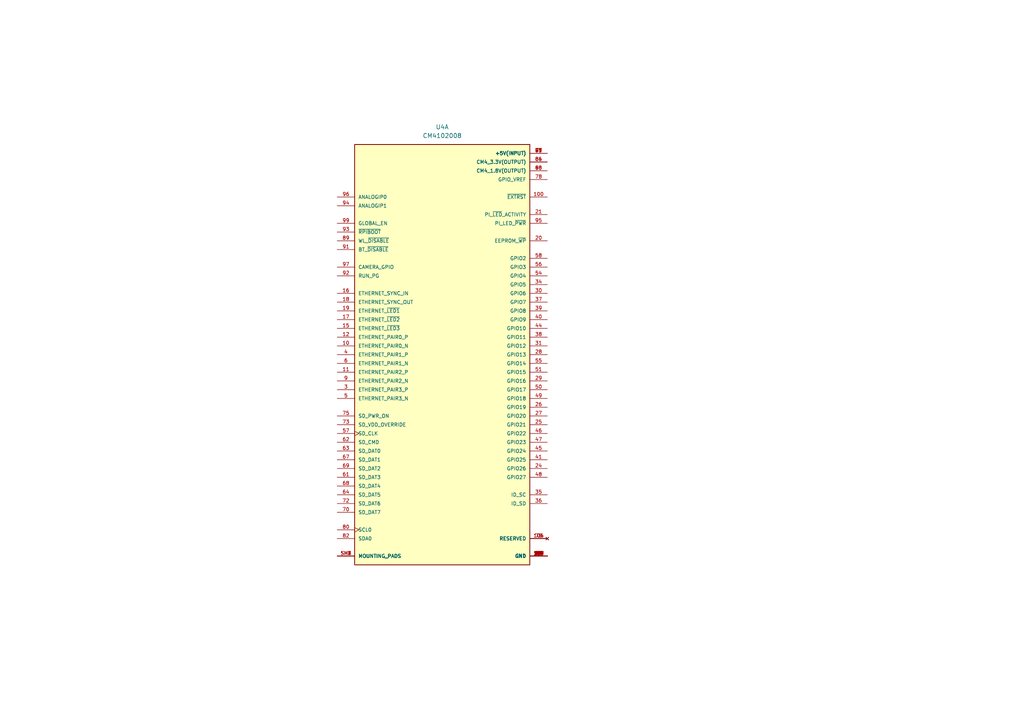
<source format=kicad_sch>
(kicad_sch
	(version 20231120)
	(generator "eeschema")
	(generator_version "8.0")
	(uuid "6021bd9f-fcb4-4cf1-9092-1ced487b71ea")
	(paper "A4")
	(lib_symbols
		(symbol "Library:CM4102008"
			(pin_names
				(offset 1.016)
			)
			(exclude_from_sim no)
			(in_bom yes)
			(on_board yes)
			(property "Reference" "U"
				(at -25.4 61.722 0)
				(effects
					(font
						(size 1.27 1.27)
					)
					(justify left bottom)
				)
			)
			(property "Value" "CM4102008"
				(at -25.4 -61.722 0)
				(effects
					(font
						(size 1.27 1.27)
					)
					(justify left top)
				)
			)
			(property "Footprint" "CM4102008:MODULE_CM4102008"
				(at 0 0 0)
				(effects
					(font
						(size 1.27 1.27)
					)
					(justify bottom)
					(hide yes)
				)
			)
			(property "Datasheet" ""
				(at 0 0 0)
				(effects
					(font
						(size 1.27 1.27)
					)
					(hide yes)
				)
			)
			(property "Description" ""
				(at 0 0 0)
				(effects
					(font
						(size 1.27 1.27)
					)
					(hide yes)
				)
			)
			(property "MF" "Raspberry Pi"
				(at 0 0 0)
				(effects
					(font
						(size 1.27 1.27)
					)
					(justify bottom)
					(hide yes)
				)
			)
			(property "MAXIMUM_PACKAGE_HEIGHT" "5.188 mm"
				(at 0 0 0)
				(effects
					(font
						(size 1.27 1.27)
					)
					(justify bottom)
					(hide yes)
				)
			)
			(property "Package" "None"
				(at 0 0 0)
				(effects
					(font
						(size 1.27 1.27)
					)
					(justify bottom)
					(hide yes)
				)
			)
			(property "Price" "None"
				(at 0 0 0)
				(effects
					(font
						(size 1.27 1.27)
					)
					(justify bottom)
					(hide yes)
				)
			)
			(property "Check_prices" "https://www.snapeda.com/parts/CM4102008/Raspberry+Pi/view-part/?ref=eda"
				(at 0 0 0)
				(effects
					(font
						(size 1.27 1.27)
					)
					(justify bottom)
					(hide yes)
				)
			)
			(property "STANDARD" "Manufacturer Recommendations"
				(at 0 0 0)
				(effects
					(font
						(size 1.27 1.27)
					)
					(justify bottom)
					(hide yes)
				)
			)
			(property "PARTREV" "2021-10-12"
				(at 0 0 0)
				(effects
					(font
						(size 1.27 1.27)
					)
					(justify bottom)
					(hide yes)
				)
			)
			(property "SnapEDA_Link" "https://www.snapeda.com/parts/CM4102008/Raspberry+Pi/view-part/?ref=snap"
				(at 0 0 0)
				(effects
					(font
						(size 1.27 1.27)
					)
					(justify bottom)
					(hide yes)
				)
			)
			(property "MP" "CM4102008"
				(at 0 0 0)
				(effects
					(font
						(size 1.27 1.27)
					)
					(justify bottom)
					(hide yes)
				)
			)
			(property "Description_1" "\n                        \n                            Raspberry Pi Compute Module 4 with WiFi 2GB RAM 8GB Flash | Raspberry Pi CM4102008\n                        \n"
				(at 0 0 0)
				(effects
					(font
						(size 1.27 1.27)
					)
					(justify bottom)
					(hide yes)
				)
			)
			(property "Availability" "In Stock"
				(at 0 0 0)
				(effects
					(font
						(size 1.27 1.27)
					)
					(justify bottom)
					(hide yes)
				)
			)
			(property "MANUFACTURER" "Raspberry Pi"
				(at 0 0 0)
				(effects
					(font
						(size 1.27 1.27)
					)
					(justify bottom)
					(hide yes)
				)
			)
			(symbol "CM4102008_1_0"
				(rectangle
					(start -25.4 -60.96)
					(end 25.4 60.96)
					(stroke
						(width 0.254)
						(type default)
					)
					(fill
						(type background)
					)
				)
				(pin power_in line
					(at 30.48 -58.42 180)
					(length 5.08)
					(name "GND"
						(effects
							(font
								(size 1.016 1.016)
							)
						)
					)
					(number "1"
						(effects
							(font
								(size 1.016 1.016)
							)
						)
					)
				)
				(pin bidirectional line
					(at -30.48 2.54 0)
					(length 5.08)
					(name "ETHERNET_PAIR0_N"
						(effects
							(font
								(size 1.016 1.016)
							)
						)
					)
					(number "10"
						(effects
							(font
								(size 1.016 1.016)
							)
						)
					)
				)
				(pin output line
					(at 30.48 45.72 180)
					(length 5.08)
					(name "~{EXTRST}"
						(effects
							(font
								(size 1.016 1.016)
							)
						)
					)
					(number "100"
						(effects
							(font
								(size 1.016 1.016)
							)
						)
					)
				)
				(pin no_connect line
					(at 30.48 -53.34 180)
					(length 5.08)
					(name "RESERVED"
						(effects
							(font
								(size 1.016 1.016)
							)
						)
					)
					(number "104"
						(effects
							(font
								(size 1.016 1.016)
							)
						)
					)
				)
				(pin no_connect line
					(at 30.48 -53.34 180)
					(length 5.08)
					(name "RESERVED"
						(effects
							(font
								(size 1.016 1.016)
							)
						)
					)
					(number "106"
						(effects
							(font
								(size 1.016 1.016)
							)
						)
					)
				)
				(pin power_in line
					(at 30.48 -58.42 180)
					(length 5.08)
					(name "GND"
						(effects
							(font
								(size 1.016 1.016)
							)
						)
					)
					(number "107"
						(effects
							(font
								(size 1.016 1.016)
							)
						)
					)
				)
				(pin power_in line
					(at 30.48 -58.42 180)
					(length 5.08)
					(name "GND"
						(effects
							(font
								(size 1.016 1.016)
							)
						)
					)
					(number "108"
						(effects
							(font
								(size 1.016 1.016)
							)
						)
					)
				)
				(pin bidirectional line
					(at -30.48 -5.08 0)
					(length 5.08)
					(name "ETHERNET_PAIR2_P"
						(effects
							(font
								(size 1.016 1.016)
							)
						)
					)
					(number "11"
						(effects
							(font
								(size 1.016 1.016)
							)
						)
					)
				)
				(pin power_in line
					(at 30.48 -58.42 180)
					(length 5.08)
					(name "GND"
						(effects
							(font
								(size 1.016 1.016)
							)
						)
					)
					(number "113"
						(effects
							(font
								(size 1.016 1.016)
							)
						)
					)
				)
				(pin power_in line
					(at 30.48 -58.42 180)
					(length 5.08)
					(name "GND"
						(effects
							(font
								(size 1.016 1.016)
							)
						)
					)
					(number "114"
						(effects
							(font
								(size 1.016 1.016)
							)
						)
					)
				)
				(pin power_in line
					(at 30.48 -58.42 180)
					(length 5.08)
					(name "GND"
						(effects
							(font
								(size 1.016 1.016)
							)
						)
					)
					(number "119"
						(effects
							(font
								(size 1.016 1.016)
							)
						)
					)
				)
				(pin bidirectional line
					(at -30.48 5.08 0)
					(length 5.08)
					(name "ETHERNET_PAIR0_P"
						(effects
							(font
								(size 1.016 1.016)
							)
						)
					)
					(number "12"
						(effects
							(font
								(size 1.016 1.016)
							)
						)
					)
				)
				(pin power_in line
					(at 30.48 -58.42 180)
					(length 5.08)
					(name "GND"
						(effects
							(font
								(size 1.016 1.016)
							)
						)
					)
					(number "120"
						(effects
							(font
								(size 1.016 1.016)
							)
						)
					)
				)
				(pin power_in line
					(at 30.48 -58.42 180)
					(length 5.08)
					(name "GND"
						(effects
							(font
								(size 1.016 1.016)
							)
						)
					)
					(number "125"
						(effects
							(font
								(size 1.016 1.016)
							)
						)
					)
				)
				(pin power_in line
					(at 30.48 -58.42 180)
					(length 5.08)
					(name "GND"
						(effects
							(font
								(size 1.016 1.016)
							)
						)
					)
					(number "126"
						(effects
							(font
								(size 1.016 1.016)
							)
						)
					)
				)
				(pin power_in line
					(at 30.48 -58.42 180)
					(length 5.08)
					(name "GND"
						(effects
							(font
								(size 1.016 1.016)
							)
						)
					)
					(number "13"
						(effects
							(font
								(size 1.016 1.016)
							)
						)
					)
				)
				(pin power_in line
					(at 30.48 -58.42 180)
					(length 5.08)
					(name "GND"
						(effects
							(font
								(size 1.016 1.016)
							)
						)
					)
					(number "131"
						(effects
							(font
								(size 1.016 1.016)
							)
						)
					)
				)
				(pin power_in line
					(at 30.48 -58.42 180)
					(length 5.08)
					(name "GND"
						(effects
							(font
								(size 1.016 1.016)
							)
						)
					)
					(number "132"
						(effects
							(font
								(size 1.016 1.016)
							)
						)
					)
				)
				(pin power_in line
					(at 30.48 -58.42 180)
					(length 5.08)
					(name "GND"
						(effects
							(font
								(size 1.016 1.016)
							)
						)
					)
					(number "137"
						(effects
							(font
								(size 1.016 1.016)
							)
						)
					)
				)
				(pin power_in line
					(at 30.48 -58.42 180)
					(length 5.08)
					(name "GND"
						(effects
							(font
								(size 1.016 1.016)
							)
						)
					)
					(number "138"
						(effects
							(font
								(size 1.016 1.016)
							)
						)
					)
				)
				(pin power_in line
					(at 30.48 -58.42 180)
					(length 5.08)
					(name "GND"
						(effects
							(font
								(size 1.016 1.016)
							)
						)
					)
					(number "14"
						(effects
							(font
								(size 1.016 1.016)
							)
						)
					)
				)
				(pin power_in line
					(at 30.48 -58.42 180)
					(length 5.08)
					(name "GND"
						(effects
							(font
								(size 1.016 1.016)
							)
						)
					)
					(number "144"
						(effects
							(font
								(size 1.016 1.016)
							)
						)
					)
				)
				(pin output line
					(at -30.48 7.62 0)
					(length 5.08)
					(name "ETHERNET_~{LED3}"
						(effects
							(font
								(size 1.016 1.016)
							)
						)
					)
					(number "15"
						(effects
							(font
								(size 1.016 1.016)
							)
						)
					)
				)
				(pin power_in line
					(at 30.48 -58.42 180)
					(length 5.08)
					(name "GND"
						(effects
							(font
								(size 1.016 1.016)
							)
						)
					)
					(number "150"
						(effects
							(font
								(size 1.016 1.016)
							)
						)
					)
				)
				(pin power_in line
					(at 30.48 -58.42 180)
					(length 5.08)
					(name "GND"
						(effects
							(font
								(size 1.016 1.016)
							)
						)
					)
					(number "155"
						(effects
							(font
								(size 1.016 1.016)
							)
						)
					)
				)
				(pin power_in line
					(at 30.48 -58.42 180)
					(length 5.08)
					(name "GND"
						(effects
							(font
								(size 1.016 1.016)
							)
						)
					)
					(number "156"
						(effects
							(font
								(size 1.016 1.016)
							)
						)
					)
				)
				(pin input line
					(at -30.48 17.78 0)
					(length 5.08)
					(name "ETHERNET_SYNC_IN"
						(effects
							(font
								(size 1.016 1.016)
							)
						)
					)
					(number "16"
						(effects
							(font
								(size 1.016 1.016)
							)
						)
					)
				)
				(pin power_in line
					(at 30.48 -58.42 180)
					(length 5.08)
					(name "GND"
						(effects
							(font
								(size 1.016 1.016)
							)
						)
					)
					(number "161"
						(effects
							(font
								(size 1.016 1.016)
							)
						)
					)
				)
				(pin power_in line
					(at 30.48 -58.42 180)
					(length 5.08)
					(name "GND"
						(effects
							(font
								(size 1.016 1.016)
							)
						)
					)
					(number "162"
						(effects
							(font
								(size 1.016 1.016)
							)
						)
					)
				)
				(pin power_in line
					(at 30.48 -58.42 180)
					(length 5.08)
					(name "GND"
						(effects
							(font
								(size 1.016 1.016)
							)
						)
					)
					(number "167"
						(effects
							(font
								(size 1.016 1.016)
							)
						)
					)
				)
				(pin power_in line
					(at 30.48 -58.42 180)
					(length 5.08)
					(name "GND"
						(effects
							(font
								(size 1.016 1.016)
							)
						)
					)
					(number "168"
						(effects
							(font
								(size 1.016 1.016)
							)
						)
					)
				)
				(pin output line
					(at -30.48 10.16 0)
					(length 5.08)
					(name "ETHERNET_~{LED2}"
						(effects
							(font
								(size 1.016 1.016)
							)
						)
					)
					(number "17"
						(effects
							(font
								(size 1.016 1.016)
							)
						)
					)
				)
				(pin power_in line
					(at 30.48 -58.42 180)
					(length 5.08)
					(name "GND"
						(effects
							(font
								(size 1.016 1.016)
							)
						)
					)
					(number "173"
						(effects
							(font
								(size 1.016 1.016)
							)
						)
					)
				)
				(pin power_in line
					(at 30.48 -58.42 180)
					(length 5.08)
					(name "GND"
						(effects
							(font
								(size 1.016 1.016)
							)
						)
					)
					(number "174"
						(effects
							(font
								(size 1.016 1.016)
							)
						)
					)
				)
				(pin power_in line
					(at 30.48 -58.42 180)
					(length 5.08)
					(name "GND"
						(effects
							(font
								(size 1.016 1.016)
							)
						)
					)
					(number "179"
						(effects
							(font
								(size 1.016 1.016)
							)
						)
					)
				)
				(pin output line
					(at -30.48 15.24 0)
					(length 5.08)
					(name "ETHERNET_SYNC_OUT"
						(effects
							(font
								(size 1.016 1.016)
							)
						)
					)
					(number "18"
						(effects
							(font
								(size 1.016 1.016)
							)
						)
					)
				)
				(pin power_in line
					(at 30.48 -58.42 180)
					(length 5.08)
					(name "GND"
						(effects
							(font
								(size 1.016 1.016)
							)
						)
					)
					(number "180"
						(effects
							(font
								(size 1.016 1.016)
							)
						)
					)
				)
				(pin power_in line
					(at 30.48 -58.42 180)
					(length 5.08)
					(name "GND"
						(effects
							(font
								(size 1.016 1.016)
							)
						)
					)
					(number "185"
						(effects
							(font
								(size 1.016 1.016)
							)
						)
					)
				)
				(pin power_in line
					(at 30.48 -58.42 180)
					(length 5.08)
					(name "GND"
						(effects
							(font
								(size 1.016 1.016)
							)
						)
					)
					(number "186"
						(effects
							(font
								(size 1.016 1.016)
							)
						)
					)
				)
				(pin output line
					(at -30.48 12.7 0)
					(length 5.08)
					(name "ETHERNET_~{LED1}"
						(effects
							(font
								(size 1.016 1.016)
							)
						)
					)
					(number "19"
						(effects
							(font
								(size 1.016 1.016)
							)
						)
					)
				)
				(pin power_in line
					(at 30.48 -58.42 180)
					(length 5.08)
					(name "GND"
						(effects
							(font
								(size 1.016 1.016)
							)
						)
					)
					(number "191"
						(effects
							(font
								(size 1.016 1.016)
							)
						)
					)
				)
				(pin power_in line
					(at 30.48 -58.42 180)
					(length 5.08)
					(name "GND"
						(effects
							(font
								(size 1.016 1.016)
							)
						)
					)
					(number "192"
						(effects
							(font
								(size 1.016 1.016)
							)
						)
					)
				)
				(pin power_in line
					(at 30.48 -58.42 180)
					(length 5.08)
					(name "GND"
						(effects
							(font
								(size 1.016 1.016)
							)
						)
					)
					(number "197"
						(effects
							(font
								(size 1.016 1.016)
							)
						)
					)
				)
				(pin power_in line
					(at 30.48 -58.42 180)
					(length 5.08)
					(name "GND"
						(effects
							(font
								(size 1.016 1.016)
							)
						)
					)
					(number "198"
						(effects
							(font
								(size 1.016 1.016)
							)
						)
					)
				)
				(pin power_in line
					(at 30.48 -58.42 180)
					(length 5.08)
					(name "GND"
						(effects
							(font
								(size 1.016 1.016)
							)
						)
					)
					(number "2"
						(effects
							(font
								(size 1.016 1.016)
							)
						)
					)
				)
				(pin bidirectional line
					(at 30.48 33.02 180)
					(length 5.08)
					(name "EEPROM_~{WP}"
						(effects
							(font
								(size 1.016 1.016)
							)
						)
					)
					(number "20"
						(effects
							(font
								(size 1.016 1.016)
							)
						)
					)
				)
				(pin bidirectional line
					(at 30.48 40.64 180)
					(length 5.08)
					(name "PI_~{LED}_ACTIVITY"
						(effects
							(font
								(size 1.016 1.016)
							)
						)
					)
					(number "21"
						(effects
							(font
								(size 1.016 1.016)
							)
						)
					)
				)
				(pin power_in line
					(at 30.48 -58.42 180)
					(length 5.08)
					(name "GND"
						(effects
							(font
								(size 1.016 1.016)
							)
						)
					)
					(number "22"
						(effects
							(font
								(size 1.016 1.016)
							)
						)
					)
				)
				(pin power_in line
					(at 30.48 -58.42 180)
					(length 5.08)
					(name "GND"
						(effects
							(font
								(size 1.016 1.016)
							)
						)
					)
					(number "23"
						(effects
							(font
								(size 1.016 1.016)
							)
						)
					)
				)
				(pin bidirectional line
					(at 30.48 -33.02 180)
					(length 5.08)
					(name "GPIO26"
						(effects
							(font
								(size 1.016 1.016)
							)
						)
					)
					(number "24"
						(effects
							(font
								(size 1.016 1.016)
							)
						)
					)
				)
				(pin bidirectional line
					(at 30.48 -20.32 180)
					(length 5.08)
					(name "GPIO21"
						(effects
							(font
								(size 1.016 1.016)
							)
						)
					)
					(number "25"
						(effects
							(font
								(size 1.016 1.016)
							)
						)
					)
				)
				(pin bidirectional line
					(at 30.48 -15.24 180)
					(length 5.08)
					(name "GPIO19"
						(effects
							(font
								(size 1.016 1.016)
							)
						)
					)
					(number "26"
						(effects
							(font
								(size 1.016 1.016)
							)
						)
					)
				)
				(pin bidirectional line
					(at 30.48 -17.78 180)
					(length 5.08)
					(name "GPIO20"
						(effects
							(font
								(size 1.016 1.016)
							)
						)
					)
					(number "27"
						(effects
							(font
								(size 1.016 1.016)
							)
						)
					)
				)
				(pin bidirectional line
					(at 30.48 0 180)
					(length 5.08)
					(name "GPIO13"
						(effects
							(font
								(size 1.016 1.016)
							)
						)
					)
					(number "28"
						(effects
							(font
								(size 1.016 1.016)
							)
						)
					)
				)
				(pin bidirectional line
					(at 30.48 -7.62 180)
					(length 5.08)
					(name "GPIO16"
						(effects
							(font
								(size 1.016 1.016)
							)
						)
					)
					(number "29"
						(effects
							(font
								(size 1.016 1.016)
							)
						)
					)
				)
				(pin bidirectional line
					(at -30.48 -10.16 0)
					(length 5.08)
					(name "ETHERNET_PAIR3_P"
						(effects
							(font
								(size 1.016 1.016)
							)
						)
					)
					(number "3"
						(effects
							(font
								(size 1.016 1.016)
							)
						)
					)
				)
				(pin bidirectional line
					(at 30.48 17.78 180)
					(length 5.08)
					(name "GPIO6"
						(effects
							(font
								(size 1.016 1.016)
							)
						)
					)
					(number "30"
						(effects
							(font
								(size 1.016 1.016)
							)
						)
					)
				)
				(pin bidirectional line
					(at 30.48 2.54 180)
					(length 5.08)
					(name "GPIO12"
						(effects
							(font
								(size 1.016 1.016)
							)
						)
					)
					(number "31"
						(effects
							(font
								(size 1.016 1.016)
							)
						)
					)
				)
				(pin power_in line
					(at 30.48 -58.42 180)
					(length 5.08)
					(name "GND"
						(effects
							(font
								(size 1.016 1.016)
							)
						)
					)
					(number "32"
						(effects
							(font
								(size 1.016 1.016)
							)
						)
					)
				)
				(pin power_in line
					(at 30.48 -58.42 180)
					(length 5.08)
					(name "GND"
						(effects
							(font
								(size 1.016 1.016)
							)
						)
					)
					(number "33"
						(effects
							(font
								(size 1.016 1.016)
							)
						)
					)
				)
				(pin bidirectional line
					(at 30.48 20.32 180)
					(length 5.08)
					(name "GPIO5"
						(effects
							(font
								(size 1.016 1.016)
							)
						)
					)
					(number "34"
						(effects
							(font
								(size 1.016 1.016)
							)
						)
					)
				)
				(pin bidirectional line
					(at 30.48 -40.64 180)
					(length 5.08)
					(name "ID_SC"
						(effects
							(font
								(size 1.016 1.016)
							)
						)
					)
					(number "35"
						(effects
							(font
								(size 1.016 1.016)
							)
						)
					)
				)
				(pin bidirectional line
					(at 30.48 -43.18 180)
					(length 5.08)
					(name "ID_SD"
						(effects
							(font
								(size 1.016 1.016)
							)
						)
					)
					(number "36"
						(effects
							(font
								(size 1.016 1.016)
							)
						)
					)
				)
				(pin bidirectional line
					(at 30.48 15.24 180)
					(length 5.08)
					(name "GPIO7"
						(effects
							(font
								(size 1.016 1.016)
							)
						)
					)
					(number "37"
						(effects
							(font
								(size 1.016 1.016)
							)
						)
					)
				)
				(pin bidirectional line
					(at 30.48 5.08 180)
					(length 5.08)
					(name "GPIO11"
						(effects
							(font
								(size 1.016 1.016)
							)
						)
					)
					(number "38"
						(effects
							(font
								(size 1.016 1.016)
							)
						)
					)
				)
				(pin bidirectional line
					(at 30.48 12.7 180)
					(length 5.08)
					(name "GPIO8"
						(effects
							(font
								(size 1.016 1.016)
							)
						)
					)
					(number "39"
						(effects
							(font
								(size 1.016 1.016)
							)
						)
					)
				)
				(pin bidirectional line
					(at -30.48 0 0)
					(length 5.08)
					(name "ETHERNET_PAIR1_P"
						(effects
							(font
								(size 1.016 1.016)
							)
						)
					)
					(number "4"
						(effects
							(font
								(size 1.016 1.016)
							)
						)
					)
				)
				(pin bidirectional line
					(at 30.48 10.16 180)
					(length 5.08)
					(name "GPIO9"
						(effects
							(font
								(size 1.016 1.016)
							)
						)
					)
					(number "40"
						(effects
							(font
								(size 1.016 1.016)
							)
						)
					)
				)
				(pin bidirectional line
					(at 30.48 -30.48 180)
					(length 5.08)
					(name "GPIO25"
						(effects
							(font
								(size 1.016 1.016)
							)
						)
					)
					(number "41"
						(effects
							(font
								(size 1.016 1.016)
							)
						)
					)
				)
				(pin power_in line
					(at 30.48 -58.42 180)
					(length 5.08)
					(name "GND"
						(effects
							(font
								(size 1.016 1.016)
							)
						)
					)
					(number "42"
						(effects
							(font
								(size 1.016 1.016)
							)
						)
					)
				)
				(pin power_in line
					(at 30.48 -58.42 180)
					(length 5.08)
					(name "GND"
						(effects
							(font
								(size 1.016 1.016)
							)
						)
					)
					(number "43"
						(effects
							(font
								(size 1.016 1.016)
							)
						)
					)
				)
				(pin bidirectional line
					(at 30.48 7.62 180)
					(length 5.08)
					(name "GPIO10"
						(effects
							(font
								(size 1.016 1.016)
							)
						)
					)
					(number "44"
						(effects
							(font
								(size 1.016 1.016)
							)
						)
					)
				)
				(pin bidirectional line
					(at 30.48 -27.94 180)
					(length 5.08)
					(name "GPIO24"
						(effects
							(font
								(size 1.016 1.016)
							)
						)
					)
					(number "45"
						(effects
							(font
								(size 1.016 1.016)
							)
						)
					)
				)
				(pin bidirectional line
					(at 30.48 -22.86 180)
					(length 5.08)
					(name "GPIO22"
						(effects
							(font
								(size 1.016 1.016)
							)
						)
					)
					(number "46"
						(effects
							(font
								(size 1.016 1.016)
							)
						)
					)
				)
				(pin bidirectional line
					(at 30.48 -25.4 180)
					(length 5.08)
					(name "GPIO23"
						(effects
							(font
								(size 1.016 1.016)
							)
						)
					)
					(number "47"
						(effects
							(font
								(size 1.016 1.016)
							)
						)
					)
				)
				(pin bidirectional line
					(at 30.48 -35.56 180)
					(length 5.08)
					(name "GPIO27"
						(effects
							(font
								(size 1.016 1.016)
							)
						)
					)
					(number "48"
						(effects
							(font
								(size 1.016 1.016)
							)
						)
					)
				)
				(pin bidirectional line
					(at 30.48 -12.7 180)
					(length 5.08)
					(name "GPIO18"
						(effects
							(font
								(size 1.016 1.016)
							)
						)
					)
					(number "49"
						(effects
							(font
								(size 1.016 1.016)
							)
						)
					)
				)
				(pin bidirectional line
					(at -30.48 -12.7 0)
					(length 5.08)
					(name "ETHERNET_PAIR3_N"
						(effects
							(font
								(size 1.016 1.016)
							)
						)
					)
					(number "5"
						(effects
							(font
								(size 1.016 1.016)
							)
						)
					)
				)
				(pin bidirectional line
					(at 30.48 -10.16 180)
					(length 5.08)
					(name "GPIO17"
						(effects
							(font
								(size 1.016 1.016)
							)
						)
					)
					(number "50"
						(effects
							(font
								(size 1.016 1.016)
							)
						)
					)
				)
				(pin bidirectional line
					(at 30.48 -5.08 180)
					(length 5.08)
					(name "GPIO15"
						(effects
							(font
								(size 1.016 1.016)
							)
						)
					)
					(number "51"
						(effects
							(font
								(size 1.016 1.016)
							)
						)
					)
				)
				(pin power_in line
					(at 30.48 -58.42 180)
					(length 5.08)
					(name "GND"
						(effects
							(font
								(size 1.016 1.016)
							)
						)
					)
					(number "52"
						(effects
							(font
								(size 1.016 1.016)
							)
						)
					)
				)
				(pin power_in line
					(at 30.48 -58.42 180)
					(length 5.08)
					(name "GND"
						(effects
							(font
								(size 1.016 1.016)
							)
						)
					)
					(number "53"
						(effects
							(font
								(size 1.016 1.016)
							)
						)
					)
				)
				(pin bidirectional line
					(at 30.48 22.86 180)
					(length 5.08)
					(name "GPIO4"
						(effects
							(font
								(size 1.016 1.016)
							)
						)
					)
					(number "54"
						(effects
							(font
								(size 1.016 1.016)
							)
						)
					)
				)
				(pin bidirectional line
					(at 30.48 -2.54 180)
					(length 5.08)
					(name "GPIO14"
						(effects
							(font
								(size 1.016 1.016)
							)
						)
					)
					(number "55"
						(effects
							(font
								(size 1.016 1.016)
							)
						)
					)
				)
				(pin bidirectional line
					(at 30.48 25.4 180)
					(length 5.08)
					(name "GPIO3"
						(effects
							(font
								(size 1.016 1.016)
							)
						)
					)
					(number "56"
						(effects
							(font
								(size 1.016 1.016)
							)
						)
					)
				)
				(pin bidirectional clock
					(at -30.48 -22.86 0)
					(length 5.08)
					(name "SD_CLK"
						(effects
							(font
								(size 1.016 1.016)
							)
						)
					)
					(number "57"
						(effects
							(font
								(size 1.016 1.016)
							)
						)
					)
				)
				(pin bidirectional line
					(at 30.48 27.94 180)
					(length 5.08)
					(name "GPIO2"
						(effects
							(font
								(size 1.016 1.016)
							)
						)
					)
					(number "58"
						(effects
							(font
								(size 1.016 1.016)
							)
						)
					)
				)
				(pin power_in line
					(at 30.48 -58.42 180)
					(length 5.08)
					(name "GND"
						(effects
							(font
								(size 1.016 1.016)
							)
						)
					)
					(number "59"
						(effects
							(font
								(size 1.016 1.016)
							)
						)
					)
				)
				(pin bidirectional line
					(at -30.48 -2.54 0)
					(length 5.08)
					(name "ETHERNET_PAIR1_N"
						(effects
							(font
								(size 1.016 1.016)
							)
						)
					)
					(number "6"
						(effects
							(font
								(size 1.016 1.016)
							)
						)
					)
				)
				(pin power_in line
					(at 30.48 -58.42 180)
					(length 5.08)
					(name "GND"
						(effects
							(font
								(size 1.016 1.016)
							)
						)
					)
					(number "60"
						(effects
							(font
								(size 1.016 1.016)
							)
						)
					)
				)
				(pin bidirectional line
					(at -30.48 -35.56 0)
					(length 5.08)
					(name "SD_DAT3"
						(effects
							(font
								(size 1.016 1.016)
							)
						)
					)
					(number "61"
						(effects
							(font
								(size 1.016 1.016)
							)
						)
					)
				)
				(pin input line
					(at -30.48 -25.4 0)
					(length 5.08)
					(name "SD_CMD"
						(effects
							(font
								(size 1.016 1.016)
							)
						)
					)
					(number "62"
						(effects
							(font
								(size 1.016 1.016)
							)
						)
					)
				)
				(pin bidirectional line
					(at -30.48 -27.94 0)
					(length 5.08)
					(name "SD_DAT0"
						(effects
							(font
								(size 1.016 1.016)
							)
						)
					)
					(number "63"
						(effects
							(font
								(size 1.016 1.016)
							)
						)
					)
				)
				(pin bidirectional line
					(at -30.48 -40.64 0)
					(length 5.08)
					(name "SD_DAT5"
						(effects
							(font
								(size 1.016 1.016)
							)
						)
					)
					(number "64"
						(effects
							(font
								(size 1.016 1.016)
							)
						)
					)
				)
				(pin power_in line
					(at 30.48 -58.42 180)
					(length 5.08)
					(name "GND"
						(effects
							(font
								(size 1.016 1.016)
							)
						)
					)
					(number "65"
						(effects
							(font
								(size 1.016 1.016)
							)
						)
					)
				)
				(pin power_in line
					(at 30.48 -58.42 180)
					(length 5.08)
					(name "GND"
						(effects
							(font
								(size 1.016 1.016)
							)
						)
					)
					(number "66"
						(effects
							(font
								(size 1.016 1.016)
							)
						)
					)
				)
				(pin bidirectional line
					(at -30.48 -30.48 0)
					(length 5.08)
					(name "SD_DAT1"
						(effects
							(font
								(size 1.016 1.016)
							)
						)
					)
					(number "67"
						(effects
							(font
								(size 1.016 1.016)
							)
						)
					)
				)
				(pin bidirectional line
					(at -30.48 -38.1 0)
					(length 5.08)
					(name "SD_DAT4"
						(effects
							(font
								(size 1.016 1.016)
							)
						)
					)
					(number "68"
						(effects
							(font
								(size 1.016 1.016)
							)
						)
					)
				)
				(pin bidirectional line
					(at -30.48 -33.02 0)
					(length 5.08)
					(name "SD_DAT2"
						(effects
							(font
								(size 1.016 1.016)
							)
						)
					)
					(number "69"
						(effects
							(font
								(size 1.016 1.016)
							)
						)
					)
				)
				(pin power_in line
					(at 30.48 -58.42 180)
					(length 5.08)
					(name "GND"
						(effects
							(font
								(size 1.016 1.016)
							)
						)
					)
					(number "7"
						(effects
							(font
								(size 1.016 1.016)
							)
						)
					)
				)
				(pin bidirectional line
					(at -30.48 -45.72 0)
					(length 5.08)
					(name "SD_DAT7"
						(effects
							(font
								(size 1.016 1.016)
							)
						)
					)
					(number "70"
						(effects
							(font
								(size 1.016 1.016)
							)
						)
					)
				)
				(pin power_in line
					(at 30.48 -58.42 180)
					(length 5.08)
					(name "GND"
						(effects
							(font
								(size 1.016 1.016)
							)
						)
					)
					(number "71"
						(effects
							(font
								(size 1.016 1.016)
							)
						)
					)
				)
				(pin bidirectional line
					(at -30.48 -43.18 0)
					(length 5.08)
					(name "SD_DAT6"
						(effects
							(font
								(size 1.016 1.016)
							)
						)
					)
					(number "72"
						(effects
							(font
								(size 1.016 1.016)
							)
						)
					)
				)
				(pin input line
					(at -30.48 -20.32 0)
					(length 5.08)
					(name "SD_VDD_OVERRIDE"
						(effects
							(font
								(size 1.016 1.016)
							)
						)
					)
					(number "73"
						(effects
							(font
								(size 1.016 1.016)
							)
						)
					)
				)
				(pin power_in line
					(at 30.48 -58.42 180)
					(length 5.08)
					(name "GND"
						(effects
							(font
								(size 1.016 1.016)
							)
						)
					)
					(number "74"
						(effects
							(font
								(size 1.016 1.016)
							)
						)
					)
				)
				(pin output line
					(at -30.48 -17.78 0)
					(length 5.08)
					(name "SD_PWR_ON"
						(effects
							(font
								(size 1.016 1.016)
							)
						)
					)
					(number "75"
						(effects
							(font
								(size 1.016 1.016)
							)
						)
					)
				)
				(pin no_connect line
					(at 30.48 -53.34 180)
					(length 5.08)
					(name "RESERVED"
						(effects
							(font
								(size 1.016 1.016)
							)
						)
					)
					(number "76"
						(effects
							(font
								(size 1.016 1.016)
							)
						)
					)
				)
				(pin power_in line
					(at 30.48 58.42 180)
					(length 5.08)
					(name "+5V(INPUT)"
						(effects
							(font
								(size 1.016 1.016)
							)
						)
					)
					(number "77"
						(effects
							(font
								(size 1.016 1.016)
							)
						)
					)
				)
				(pin power_in line
					(at 30.48 50.8 180)
					(length 5.08)
					(name "GPIO_VREF"
						(effects
							(font
								(size 1.016 1.016)
							)
						)
					)
					(number "78"
						(effects
							(font
								(size 1.016 1.016)
							)
						)
					)
				)
				(pin power_in line
					(at 30.48 58.42 180)
					(length 5.08)
					(name "+5V(INPUT)"
						(effects
							(font
								(size 1.016 1.016)
							)
						)
					)
					(number "79"
						(effects
							(font
								(size 1.016 1.016)
							)
						)
					)
				)
				(pin power_in line
					(at 30.48 -58.42 180)
					(length 5.08)
					(name "GND"
						(effects
							(font
								(size 1.016 1.016)
							)
						)
					)
					(number "8"
						(effects
							(font
								(size 1.016 1.016)
							)
						)
					)
				)
				(pin input clock
					(at -30.48 -50.8 0)
					(length 5.08)
					(name "SCL0"
						(effects
							(font
								(size 1.016 1.016)
							)
						)
					)
					(number "80"
						(effects
							(font
								(size 1.016 1.016)
							)
						)
					)
				)
				(pin power_in line
					(at 30.48 58.42 180)
					(length 5.08)
					(name "+5V(INPUT)"
						(effects
							(font
								(size 1.016 1.016)
							)
						)
					)
					(number "81"
						(effects
							(font
								(size 1.016 1.016)
							)
						)
					)
				)
				(pin bidirectional line
					(at -30.48 -53.34 0)
					(length 5.08)
					(name "SDA0"
						(effects
							(font
								(size 1.016 1.016)
							)
						)
					)
					(number "82"
						(effects
							(font
								(size 1.016 1.016)
							)
						)
					)
				)
				(pin power_in line
					(at 30.48 58.42 180)
					(length 5.08)
					(name "+5V(INPUT)"
						(effects
							(font
								(size 1.016 1.016)
							)
						)
					)
					(number "83"
						(effects
							(font
								(size 1.016 1.016)
							)
						)
					)
				)
				(pin power_in line
					(at 30.48 55.88 180)
					(length 5.08)
					(name "CM4_3.3V(OUTPUT)"
						(effects
							(font
								(size 1.016 1.016)
							)
						)
					)
					(number "84"
						(effects
							(font
								(size 1.016 1.016)
							)
						)
					)
				)
				(pin power_in line
					(at 30.48 58.42 180)
					(length 5.08)
					(name "+5V(INPUT)"
						(effects
							(font
								(size 1.016 1.016)
							)
						)
					)
					(number "85"
						(effects
							(font
								(size 1.016 1.016)
							)
						)
					)
				)
				(pin power_in line
					(at 30.48 55.88 180)
					(length 5.08)
					(name "CM4_3.3V(OUTPUT)"
						(effects
							(font
								(size 1.016 1.016)
							)
						)
					)
					(number "86"
						(effects
							(font
								(size 1.016 1.016)
							)
						)
					)
				)
				(pin power_in line
					(at 30.48 58.42 180)
					(length 5.08)
					(name "+5V(INPUT)"
						(effects
							(font
								(size 1.016 1.016)
							)
						)
					)
					(number "87"
						(effects
							(font
								(size 1.016 1.016)
							)
						)
					)
				)
				(pin power_in line
					(at 30.48 53.34 180)
					(length 5.08)
					(name "CM4_1.8V(OUTPUT)"
						(effects
							(font
								(size 1.016 1.016)
							)
						)
					)
					(number "88"
						(effects
							(font
								(size 1.016 1.016)
							)
						)
					)
				)
				(pin input line
					(at -30.48 33.02 0)
					(length 5.08)
					(name "WL_~{DISABLE}"
						(effects
							(font
								(size 1.016 1.016)
							)
						)
					)
					(number "89"
						(effects
							(font
								(size 1.016 1.016)
							)
						)
					)
				)
				(pin bidirectional line
					(at -30.48 -7.62 0)
					(length 5.08)
					(name "ETHERNET_PAIR2_N"
						(effects
							(font
								(size 1.016 1.016)
							)
						)
					)
					(number "9"
						(effects
							(font
								(size 1.016 1.016)
							)
						)
					)
				)
				(pin power_in line
					(at 30.48 53.34 180)
					(length 5.08)
					(name "CM4_1.8V(OUTPUT)"
						(effects
							(font
								(size 1.016 1.016)
							)
						)
					)
					(number "90"
						(effects
							(font
								(size 1.016 1.016)
							)
						)
					)
				)
				(pin input line
					(at -30.48 30.48 0)
					(length 5.08)
					(name "BT_~{DISABLE}"
						(effects
							(font
								(size 1.016 1.016)
							)
						)
					)
					(number "91"
						(effects
							(font
								(size 1.016 1.016)
							)
						)
					)
				)
				(pin bidirectional line
					(at -30.48 22.86 0)
					(length 5.08)
					(name "RUN_PG"
						(effects
							(font
								(size 1.016 1.016)
							)
						)
					)
					(number "92"
						(effects
							(font
								(size 1.016 1.016)
							)
						)
					)
				)
				(pin input line
					(at -30.48 35.56 0)
					(length 5.08)
					(name "~{RPIBOOT}"
						(effects
							(font
								(size 1.016 1.016)
							)
						)
					)
					(number "93"
						(effects
							(font
								(size 1.016 1.016)
							)
						)
					)
				)
				(pin input line
					(at -30.48 43.18 0)
					(length 5.08)
					(name "ANALOGIP1"
						(effects
							(font
								(size 1.016 1.016)
							)
						)
					)
					(number "94"
						(effects
							(font
								(size 1.016 1.016)
							)
						)
					)
				)
				(pin output line
					(at 30.48 38.1 180)
					(length 5.08)
					(name "PI_LED_~{PWR}"
						(effects
							(font
								(size 1.016 1.016)
							)
						)
					)
					(number "95"
						(effects
							(font
								(size 1.016 1.016)
							)
						)
					)
				)
				(pin input line
					(at -30.48 45.72 0)
					(length 5.08)
					(name "ANALOGIP0"
						(effects
							(font
								(size 1.016 1.016)
							)
						)
					)
					(number "96"
						(effects
							(font
								(size 1.016 1.016)
							)
						)
					)
				)
				(pin bidirectional line
					(at -30.48 25.4 0)
					(length 5.08)
					(name "CAMERA_GPIO"
						(effects
							(font
								(size 1.016 1.016)
							)
						)
					)
					(number "97"
						(effects
							(font
								(size 1.016 1.016)
							)
						)
					)
				)
				(pin power_in line
					(at 30.48 -58.42 180)
					(length 5.08)
					(name "GND"
						(effects
							(font
								(size 1.016 1.016)
							)
						)
					)
					(number "98"
						(effects
							(font
								(size 1.016 1.016)
							)
						)
					)
				)
				(pin input line
					(at -30.48 38.1 0)
					(length 5.08)
					(name "GLOBAL_EN"
						(effects
							(font
								(size 1.016 1.016)
							)
						)
					)
					(number "99"
						(effects
							(font
								(size 1.016 1.016)
							)
						)
					)
				)
				(pin passive line
					(at -30.48 -58.42 0)
					(length 5.08)
					(name "MOUNTING_PADS"
						(effects
							(font
								(size 1.016 1.016)
							)
						)
					)
					(number "SH1"
						(effects
							(font
								(size 1.016 1.016)
							)
						)
					)
				)
				(pin passive line
					(at -30.48 -58.42 0)
					(length 5.08)
					(name "MOUNTING_PADS"
						(effects
							(font
								(size 1.016 1.016)
							)
						)
					)
					(number "SH2"
						(effects
							(font
								(size 1.016 1.016)
							)
						)
					)
				)
				(pin passive line
					(at -30.48 -58.42 0)
					(length 5.08)
					(name "MOUNTING_PADS"
						(effects
							(font
								(size 1.016 1.016)
							)
						)
					)
					(number "SH3"
						(effects
							(font
								(size 1.016 1.016)
							)
						)
					)
				)
				(pin passive line
					(at -30.48 -58.42 0)
					(length 5.08)
					(name "MOUNTING_PADS"
						(effects
							(font
								(size 1.016 1.016)
							)
						)
					)
					(number "SH4"
						(effects
							(font
								(size 1.016 1.016)
							)
						)
					)
				)
			)
			(symbol "CM4102008_2_0"
				(rectangle
					(start -25.4 -50.8)
					(end 25.4 50.8)
					(stroke
						(width 0.254)
						(type default)
					)
					(fill
						(type background)
					)
				)
				(pin input line
					(at -30.48 48.26 0)
					(length 5.08)
					(name "USB_OTG_ID"
						(effects
							(font
								(size 1.016 1.016)
							)
						)
					)
					(number "101"
						(effects
							(font
								(size 1.016 1.016)
							)
						)
					)
				)
				(pin input line
					(at 30.48 40.64 180)
					(length 5.08)
					(name "PCIE_CLK_~{REQ}"
						(effects
							(font
								(size 1.016 1.016)
							)
						)
					)
					(number "102"
						(effects
							(font
								(size 1.016 1.016)
							)
						)
					)
				)
				(pin bidirectional line
					(at -30.48 43.18 0)
					(length 5.08)
					(name "USB_N"
						(effects
							(font
								(size 1.016 1.016)
							)
						)
					)
					(number "103"
						(effects
							(font
								(size 1.016 1.016)
							)
						)
					)
				)
				(pin bidirectional line
					(at -30.48 45.72 0)
					(length 5.08)
					(name "USB_P"
						(effects
							(font
								(size 1.016 1.016)
							)
						)
					)
					(number "105"
						(effects
							(font
								(size 1.016 1.016)
							)
						)
					)
				)
				(pin output line
					(at 30.48 43.18 180)
					(length 5.08)
					(name "PCIE_~{RST}"
						(effects
							(font
								(size 1.016 1.016)
							)
						)
					)
					(number "109"
						(effects
							(font
								(size 1.016 1.016)
							)
						)
					)
				)
				(pin output clock
					(at 30.48 38.1 180)
					(length 5.08)
					(name "PCIE_CLK_P"
						(effects
							(font
								(size 1.016 1.016)
							)
						)
					)
					(number "110"
						(effects
							(font
								(size 1.016 1.016)
							)
						)
					)
				)
				(pin output line
					(at 30.48 48.26 180)
					(length 5.08)
					(name "VDAC_COMP"
						(effects
							(font
								(size 1.016 1.016)
							)
						)
					)
					(number "111"
						(effects
							(font
								(size 1.016 1.016)
							)
						)
					)
				)
				(pin output clock
					(at 30.48 35.56 180)
					(length 5.08)
					(name "PCIE_CLK_N"
						(effects
							(font
								(size 1.016 1.016)
							)
						)
					)
					(number "112"
						(effects
							(font
								(size 1.016 1.016)
							)
						)
					)
				)
				(pin input line
					(at -30.48 12.7 0)
					(length 5.08)
					(name "CAM1_D0_N"
						(effects
							(font
								(size 1.016 1.016)
							)
						)
					)
					(number "115"
						(effects
							(font
								(size 1.016 1.016)
							)
						)
					)
				)
				(pin input line
					(at 30.48 33.02 180)
					(length 5.08)
					(name "PCIE_RX_P"
						(effects
							(font
								(size 1.016 1.016)
							)
						)
					)
					(number "116"
						(effects
							(font
								(size 1.016 1.016)
							)
						)
					)
				)
				(pin input line
					(at -30.48 15.24 0)
					(length 5.08)
					(name "CAM1_D0_P"
						(effects
							(font
								(size 1.016 1.016)
							)
						)
					)
					(number "117"
						(effects
							(font
								(size 1.016 1.016)
							)
						)
					)
				)
				(pin input line
					(at 30.48 30.48 180)
					(length 5.08)
					(name "PCIE_RX_N"
						(effects
							(font
								(size 1.016 1.016)
							)
						)
					)
					(number "118"
						(effects
							(font
								(size 1.016 1.016)
							)
						)
					)
				)
				(pin input line
					(at -30.48 7.62 0)
					(length 5.08)
					(name "CAM1_D1_N"
						(effects
							(font
								(size 1.016 1.016)
							)
						)
					)
					(number "121"
						(effects
							(font
								(size 1.016 1.016)
							)
						)
					)
				)
				(pin output line
					(at 30.48 27.94 180)
					(length 5.08)
					(name "PCIE_TX_P"
						(effects
							(font
								(size 1.016 1.016)
							)
						)
					)
					(number "122"
						(effects
							(font
								(size 1.016 1.016)
							)
						)
					)
				)
				(pin input line
					(at -30.48 10.16 0)
					(length 5.08)
					(name "CAM1_D1_P"
						(effects
							(font
								(size 1.016 1.016)
							)
						)
					)
					(number "123"
						(effects
							(font
								(size 1.016 1.016)
							)
						)
					)
				)
				(pin output line
					(at 30.48 25.4 180)
					(length 5.08)
					(name "PCIE_TX_N"
						(effects
							(font
								(size 1.016 1.016)
							)
						)
					)
					(number "124"
						(effects
							(font
								(size 1.016 1.016)
							)
						)
					)
				)
				(pin input clock
					(at -30.48 17.78 0)
					(length 5.08)
					(name "CAM1_C_N"
						(effects
							(font
								(size 1.016 1.016)
							)
						)
					)
					(number "127"
						(effects
							(font
								(size 1.016 1.016)
							)
						)
					)
				)
				(pin input line
					(at -30.48 30.48 0)
					(length 5.08)
					(name "CAM0_D0_N"
						(effects
							(font
								(size 1.016 1.016)
							)
						)
					)
					(number "128"
						(effects
							(font
								(size 1.016 1.016)
							)
						)
					)
				)
				(pin input clock
					(at -30.48 20.32 0)
					(length 5.08)
					(name "CAM1_C_P"
						(effects
							(font
								(size 1.016 1.016)
							)
						)
					)
					(number "129"
						(effects
							(font
								(size 1.016 1.016)
							)
						)
					)
				)
				(pin input line
					(at -30.48 33.02 0)
					(length 5.08)
					(name "CAM0_D0_P"
						(effects
							(font
								(size 1.016 1.016)
							)
						)
					)
					(number "130"
						(effects
							(font
								(size 1.016 1.016)
							)
						)
					)
				)
				(pin input line
					(at -30.48 2.54 0)
					(length 5.08)
					(name "CAM1_D2_N"
						(effects
							(font
								(size 1.016 1.016)
							)
						)
					)
					(number "133"
						(effects
							(font
								(size 1.016 1.016)
							)
						)
					)
				)
				(pin input line
					(at -30.48 25.4 0)
					(length 5.08)
					(name "CAM0_D1_N"
						(effects
							(font
								(size 1.016 1.016)
							)
						)
					)
					(number "134"
						(effects
							(font
								(size 1.016 1.016)
							)
						)
					)
				)
				(pin input line
					(at -30.48 5.08 0)
					(length 5.08)
					(name "CAM1_D2_P"
						(effects
							(font
								(size 1.016 1.016)
							)
						)
					)
					(number "135"
						(effects
							(font
								(size 1.016 1.016)
							)
						)
					)
				)
				(pin input line
					(at -30.48 27.94 0)
					(length 5.08)
					(name "CAM0_D1_P"
						(effects
							(font
								(size 1.016 1.016)
							)
						)
					)
					(number "136"
						(effects
							(font
								(size 1.016 1.016)
							)
						)
					)
				)
				(pin input line
					(at -30.48 -2.54 0)
					(length 5.08)
					(name "CAM1_D3_N"
						(effects
							(font
								(size 1.016 1.016)
							)
						)
					)
					(number "139"
						(effects
							(font
								(size 1.016 1.016)
							)
						)
					)
				)
				(pin input clock
					(at -30.48 35.56 0)
					(length 5.08)
					(name "CAM0_C_N"
						(effects
							(font
								(size 1.016 1.016)
							)
						)
					)
					(number "140"
						(effects
							(font
								(size 1.016 1.016)
							)
						)
					)
				)
				(pin input line
					(at -30.48 0 0)
					(length 5.08)
					(name "CAM1_D3_P"
						(effects
							(font
								(size 1.016 1.016)
							)
						)
					)
					(number "141"
						(effects
							(font
								(size 1.016 1.016)
							)
						)
					)
				)
				(pin input clock
					(at -30.48 38.1 0)
					(length 5.08)
					(name "CAM0_C_P"
						(effects
							(font
								(size 1.016 1.016)
							)
						)
					)
					(number "142"
						(effects
							(font
								(size 1.016 1.016)
							)
						)
					)
				)
				(pin input line
					(at 30.48 -12.7 180)
					(length 5.08)
					(name "HDMI1_HOTPLUG"
						(effects
							(font
								(size 1.016 1.016)
							)
						)
					)
					(number "143"
						(effects
							(font
								(size 1.016 1.016)
							)
						)
					)
				)
				(pin bidirectional line
					(at 30.48 -15.24 180)
					(length 5.08)
					(name "HDMI1_SDA"
						(effects
							(font
								(size 1.016 1.016)
							)
						)
					)
					(number "145"
						(effects
							(font
								(size 1.016 1.016)
							)
						)
					)
				)
				(pin output line
					(at 30.48 -38.1 180)
					(length 5.08)
					(name "HDMI1_TX2_P"
						(effects
							(font
								(size 1.016 1.016)
							)
						)
					)
					(number "146"
						(effects
							(font
								(size 1.016 1.016)
							)
						)
					)
				)
				(pin bidirectional clock
					(at 30.48 -17.78 180)
					(length 5.08)
					(name "HDMI1_SCL"
						(effects
							(font
								(size 1.016 1.016)
							)
						)
					)
					(number "147"
						(effects
							(font
								(size 1.016 1.016)
							)
						)
					)
				)
				(pin output line
					(at 30.48 -40.64 180)
					(length 5.08)
					(name "HDMI1_TX2_N"
						(effects
							(font
								(size 1.016 1.016)
							)
						)
					)
					(number "148"
						(effects
							(font
								(size 1.016 1.016)
							)
						)
					)
				)
				(pin input line
					(at 30.48 -20.32 180)
					(length 5.08)
					(name "HDMI1_CEC"
						(effects
							(font
								(size 1.016 1.016)
							)
						)
					)
					(number "149"
						(effects
							(font
								(size 1.016 1.016)
							)
						)
					)
				)
				(pin input line
					(at 30.48 12.7 180)
					(length 5.08)
					(name "HDMI0_CEC"
						(effects
							(font
								(size 1.016 1.016)
							)
						)
					)
					(number "151"
						(effects
							(font
								(size 1.016 1.016)
							)
						)
					)
				)
				(pin output line
					(at 30.48 -33.02 180)
					(length 5.08)
					(name "HDMI1_TX1_P"
						(effects
							(font
								(size 1.016 1.016)
							)
						)
					)
					(number "152"
						(effects
							(font
								(size 1.016 1.016)
							)
						)
					)
				)
				(pin input line
					(at 30.48 20.32 180)
					(length 5.08)
					(name "HDMI0_HOTPLUG"
						(effects
							(font
								(size 1.016 1.016)
							)
						)
					)
					(number "153"
						(effects
							(font
								(size 1.016 1.016)
							)
						)
					)
				)
				(pin output line
					(at 30.48 -35.56 180)
					(length 5.08)
					(name "HDMI1_TX1_N"
						(effects
							(font
								(size 1.016 1.016)
							)
						)
					)
					(number "154"
						(effects
							(font
								(size 1.016 1.016)
							)
						)
					)
				)
				(pin output line
					(at -30.48 -15.24 0)
					(length 5.08)
					(name "DSI0_D0_N"
						(effects
							(font
								(size 1.016 1.016)
							)
						)
					)
					(number "157"
						(effects
							(font
								(size 1.016 1.016)
							)
						)
					)
				)
				(pin output line
					(at 30.48 -27.94 180)
					(length 5.08)
					(name "HDMI1_TX0_P"
						(effects
							(font
								(size 1.016 1.016)
							)
						)
					)
					(number "158"
						(effects
							(font
								(size 1.016 1.016)
							)
						)
					)
				)
				(pin output line
					(at -30.48 -12.7 0)
					(length 5.08)
					(name "DSI0_D0_P"
						(effects
							(font
								(size 1.016 1.016)
							)
						)
					)
					(number "159"
						(effects
							(font
								(size 1.016 1.016)
							)
						)
					)
				)
				(pin output line
					(at 30.48 -30.48 180)
					(length 5.08)
					(name "HDMI1_TX0_N"
						(effects
							(font
								(size 1.016 1.016)
							)
						)
					)
					(number "160"
						(effects
							(font
								(size 1.016 1.016)
							)
						)
					)
				)
				(pin output line
					(at -30.48 -20.32 0)
					(length 5.08)
					(name "DSI0_D1_N"
						(effects
							(font
								(size 1.016 1.016)
							)
						)
					)
					(number "163"
						(effects
							(font
								(size 1.016 1.016)
							)
						)
					)
				)
				(pin output clock
					(at 30.48 -22.86 180)
					(length 5.08)
					(name "HDMI1_CLK_P"
						(effects
							(font
								(size 1.016 1.016)
							)
						)
					)
					(number "164"
						(effects
							(font
								(size 1.016 1.016)
							)
						)
					)
				)
				(pin output line
					(at -30.48 -17.78 0)
					(length 5.08)
					(name "DSI0_D1_P"
						(effects
							(font
								(size 1.016 1.016)
							)
						)
					)
					(number "165"
						(effects
							(font
								(size 1.016 1.016)
							)
						)
					)
				)
				(pin output clock
					(at 30.48 -25.4 180)
					(length 5.08)
					(name "HDMI1_CLK_N"
						(effects
							(font
								(size 1.016 1.016)
							)
						)
					)
					(number "166"
						(effects
							(font
								(size 1.016 1.016)
							)
						)
					)
				)
				(pin output clock
					(at -30.48 -7.62 0)
					(length 5.08)
					(name "DSI0_C_N"
						(effects
							(font
								(size 1.016 1.016)
							)
						)
					)
					(number "169"
						(effects
							(font
								(size 1.016 1.016)
							)
						)
					)
				)
				(pin output line
					(at 30.48 -5.08 180)
					(length 5.08)
					(name "HDMI0_TX2_P"
						(effects
							(font
								(size 1.016 1.016)
							)
						)
					)
					(number "170"
						(effects
							(font
								(size 1.016 1.016)
							)
						)
					)
				)
				(pin output clock
					(at -30.48 -10.16 0)
					(length 5.08)
					(name "DSI0_C_P"
						(effects
							(font
								(size 1.016 1.016)
							)
						)
					)
					(number "171"
						(effects
							(font
								(size 1.016 1.016)
							)
						)
					)
				)
				(pin output line
					(at 30.48 -7.62 180)
					(length 5.08)
					(name "HDMI0_TX2_N"
						(effects
							(font
								(size 1.016 1.016)
							)
						)
					)
					(number "172"
						(effects
							(font
								(size 1.016 1.016)
							)
						)
					)
				)
				(pin output line
					(at -30.48 -33.02 0)
					(length 5.08)
					(name "DSI1_D0_N"
						(effects
							(font
								(size 1.016 1.016)
							)
						)
					)
					(number "175"
						(effects
							(font
								(size 1.016 1.016)
							)
						)
					)
				)
				(pin output line
					(at 30.48 0 180)
					(length 5.08)
					(name "HDMI0_TX1_P"
						(effects
							(font
								(size 1.016 1.016)
							)
						)
					)
					(number "176"
						(effects
							(font
								(size 1.016 1.016)
							)
						)
					)
				)
				(pin output line
					(at -30.48 -30.48 0)
					(length 5.08)
					(name "DSI1_D0_P"
						(effects
							(font
								(size 1.016 1.016)
							)
						)
					)
					(number "177"
						(effects
							(font
								(size 1.016 1.016)
							)
						)
					)
				)
				(pin output line
					(at 30.48 -2.54 180)
					(length 5.08)
					(name "HDMI0_TX1_N"
						(effects
							(font
								(size 1.016 1.016)
							)
						)
					)
					(number "178"
						(effects
							(font
								(size 1.016 1.016)
							)
						)
					)
				)
				(pin output line
					(at -30.48 -38.1 0)
					(length 5.08)
					(name "DSI1_D1_N"
						(effects
							(font
								(size 1.016 1.016)
							)
						)
					)
					(number "181"
						(effects
							(font
								(size 1.016 1.016)
							)
						)
					)
				)
				(pin output line
					(at 30.48 5.08 180)
					(length 5.08)
					(name "HDMI0_TX0_P"
						(effects
							(font
								(size 1.016 1.016)
							)
						)
					)
					(number "182"
						(effects
							(font
								(size 1.016 1.016)
							)
						)
					)
				)
				(pin output line
					(at -30.48 -35.56 0)
					(length 5.08)
					(name "DSI1_D1_P"
						(effects
							(font
								(size 1.016 1.016)
							)
						)
					)
					(number "183"
						(effects
							(font
								(size 1.016 1.016)
							)
						)
					)
				)
				(pin output line
					(at 30.48 2.54 180)
					(length 5.08)
					(name "HDMI0_TX0_N"
						(effects
							(font
								(size 1.016 1.016)
							)
						)
					)
					(number "184"
						(effects
							(font
								(size 1.016 1.016)
							)
						)
					)
				)
				(pin output clock
					(at -30.48 -25.4 0)
					(length 5.08)
					(name "DSI1_C_N"
						(effects
							(font
								(size 1.016 1.016)
							)
						)
					)
					(number "187"
						(effects
							(font
								(size 1.016 1.016)
							)
						)
					)
				)
				(pin output clock
					(at 30.48 10.16 180)
					(length 5.08)
					(name "HDMI0_CLK_P"
						(effects
							(font
								(size 1.016 1.016)
							)
						)
					)
					(number "188"
						(effects
							(font
								(size 1.016 1.016)
							)
						)
					)
				)
				(pin output clock
					(at -30.48 -27.94 0)
					(length 5.08)
					(name "DSI1_C_P"
						(effects
							(font
								(size 1.016 1.016)
							)
						)
					)
					(number "189"
						(effects
							(font
								(size 1.016 1.016)
							)
						)
					)
				)
				(pin output clock
					(at 30.48 7.62 180)
					(length 5.08)
					(name "HDMI0_CLK_N"
						(effects
							(font
								(size 1.016 1.016)
							)
						)
					)
					(number "190"
						(effects
							(font
								(size 1.016 1.016)
							)
						)
					)
				)
				(pin output line
					(at -30.48 -43.18 0)
					(length 5.08)
					(name "DSI1_D2_N"
						(effects
							(font
								(size 1.016 1.016)
							)
						)
					)
					(number "193"
						(effects
							(font
								(size 1.016 1.016)
							)
						)
					)
				)
				(pin output line
					(at -30.48 -48.26 0)
					(length 5.08)
					(name "DSI1_D3_N"
						(effects
							(font
								(size 1.016 1.016)
							)
						)
					)
					(number "194"
						(effects
							(font
								(size 1.016 1.016)
							)
						)
					)
				)
				(pin output line
					(at -30.48 -40.64 0)
					(length 5.08)
					(name "DSI1_D2_P"
						(effects
							(font
								(size 1.016 1.016)
							)
						)
					)
					(number "195"
						(effects
							(font
								(size 1.016 1.016)
							)
						)
					)
				)
				(pin output line
					(at -30.48 -45.72 0)
					(length 5.08)
					(name "DSI1_D3_P"
						(effects
							(font
								(size 1.016 1.016)
							)
						)
					)
					(number "196"
						(effects
							(font
								(size 1.016 1.016)
							)
						)
					)
				)
				(pin bidirectional line
					(at 30.48 15.24 180)
					(length 5.08)
					(name "HDMI0_SDA"
						(effects
							(font
								(size 1.016 1.016)
							)
						)
					)
					(number "199"
						(effects
							(font
								(size 1.016 1.016)
							)
						)
					)
				)
				(pin bidirectional clock
					(at 30.48 17.78 180)
					(length 5.08)
					(name "HDMI0_SCL"
						(effects
							(font
								(size 1.016 1.016)
							)
						)
					)
					(number "200"
						(effects
							(font
								(size 1.016 1.016)
							)
						)
					)
				)
			)
		)
	)
	(symbol
		(lib_id "Library:CM4102008")
		(at 128.27 102.87 0)
		(unit 1)
		(exclude_from_sim no)
		(in_bom yes)
		(on_board yes)
		(dnp no)
		(fields_autoplaced yes)
		(uuid "0d1c656c-920f-4d09-8950-2124aa1a9cdf")
		(property "Reference" "U4"
			(at 128.27 36.83 0)
			(effects
				(font
					(size 1.27 1.27)
				)
			)
		)
		(property "Value" "CM4102008"
			(at 128.27 39.37 0)
			(effects
				(font
					(size 1.27 1.27)
				)
			)
		)
		(property "Footprint" "CM4102008:MODULE_CM4102008"
			(at 128.27 102.87 0)
			(effects
				(font
					(size 1.27 1.27)
				)
				(justify bottom)
				(hide yes)
			)
		)
		(property "Datasheet" ""
			(at 128.27 102.87 0)
			(effects
				(font
					(size 1.27 1.27)
				)
				(hide yes)
			)
		)
		(property "Description" ""
			(at 128.27 102.87 0)
			(effects
				(font
					(size 1.27 1.27)
				)
				(hide yes)
			)
		)
		(property "MF" "Raspberry Pi"
			(at 128.27 102.87 0)
			(effects
				(font
					(size 1.27 1.27)
				)
				(justify bottom)
				(hide yes)
			)
		)
		(property "MAXIMUM_PACKAGE_HEIGHT" "5.188 mm"
			(at 128.27 102.87 0)
			(effects
				(font
					(size 1.27 1.27)
				)
				(justify bottom)
				(hide yes)
			)
		)
		(property "Package" "None"
			(at 128.27 102.87 0)
			(effects
				(font
					(size 1.27 1.27)
				)
				(justify bottom)
				(hide yes)
			)
		)
		(property "Price" "None"
			(at 128.27 102.87 0)
			(effects
				(font
					(size 1.27 1.27)
				)
				(justify bottom)
				(hide yes)
			)
		)
		(property "Check_prices" "https://www.snapeda.com/parts/CM4102008/Raspberry+Pi/view-part/?ref=eda"
			(at 128.27 102.87 0)
			(effects
				(font
					(size 1.27 1.27)
				)
				(justify bottom)
				(hide yes)
			)
		)
		(property "STANDARD" "Manufacturer Recommendations"
			(at 128.27 102.87 0)
			(effects
				(font
					(size 1.27 1.27)
				)
				(justify bottom)
				(hide yes)
			)
		)
		(property "PARTREV" "2021-10-12"
			(at 128.27 102.87 0)
			(effects
				(font
					(size 1.27 1.27)
				)
				(justify bottom)
				(hide yes)
			)
		)
		(property "SnapEDA_Link" "https://www.snapeda.com/parts/CM4102008/Raspberry+Pi/view-part/?ref=snap"
			(at 128.27 102.87 0)
			(effects
				(font
					(size 1.27 1.27)
				)
				(justify bottom)
				(hide yes)
			)
		)
		(property "MP" "CM4102008"
			(at 128.27 102.87 0)
			(effects
				(font
					(size 1.27 1.27)
				)
				(justify bottom)
				(hide yes)
			)
		)
		(property "Description_1" "\n                        \n                            Raspberry Pi Compute Module 4 with WiFi 2GB RAM 8GB Flash | Raspberry Pi CM4102008\n                        \n"
			(at 128.27 102.87 0)
			(effects
				(font
					(size 1.27 1.27)
				)
				(justify bottom)
				(hide yes)
			)
		)
		(property "Availability" "In Stock"
			(at 128.27 102.87 0)
			(effects
				(font
					(size 1.27 1.27)
				)
				(justify bottom)
				(hide yes)
			)
		)
		(property "MANUFACTURER" "Raspberry Pi"
			(at 128.27 102.87 0)
			(effects
				(font
					(size 1.27 1.27)
				)
				(justify bottom)
				(hide yes)
			)
		)
		(pin "20"
			(uuid "cc8c85d8-9fb1-4c10-a328-5cd029e961ec")
		)
		(pin "57"
			(uuid "0a1b6046-8052-42f8-8945-a2f8b93c91f7")
		)
		(pin "173"
			(uuid "77a5e3f7-f46b-41b7-ad08-c98f76933007")
		)
		(pin "188"
			(uuid "195e0233-88bb-4537-b8b0-b083e5f5d96f")
		)
		(pin "139"
			(uuid "08d76172-81d5-40ed-8428-04133ba5bcde")
		)
		(pin "199"
			(uuid "b0ec1225-fb5a-4a9a-be0e-3d9c5f9177c3")
		)
		(pin "85"
			(uuid "68890c7b-f313-4563-9c9c-c7c47e26cb45")
		)
		(pin "25"
			(uuid "947366d3-a9df-4bc2-b16c-ee41a9d1c469")
		)
		(pin "50"
			(uuid "f624a0ab-5355-41a8-bf11-3ecd5d050d2f")
		)
		(pin "112"
			(uuid "2372b8c2-64c7-4599-b721-cb1d04af45df")
		)
		(pin "6"
			(uuid "5b372a91-5251-4551-953a-face2fd6e11d")
		)
		(pin "89"
			(uuid "b49e8beb-2a47-489d-bd28-1987717569cb")
		)
		(pin "53"
			(uuid "20bfca1e-f784-42e7-a6e1-88d50e8b2475")
		)
		(pin "122"
			(uuid "38fa7a77-e11e-45b8-afad-3f3798d48354")
		)
		(pin "65"
			(uuid "760573df-9188-4291-a418-47efd37a202d")
		)
		(pin "58"
			(uuid "d164b028-f823-4926-b9e6-b1bf051e6e89")
		)
		(pin "172"
			(uuid "bf159df1-1de5-48f3-ae25-bd06c269852c")
		)
		(pin "26"
			(uuid "c1deb08d-4837-4b25-a884-9e03280c4271")
		)
		(pin "37"
			(uuid "37fd3594-972d-4708-baeb-d764c0f4039d")
		)
		(pin "18"
			(uuid "77f5f5c0-7e37-4cb1-a98c-7c453d01d919")
		)
		(pin "195"
			(uuid "4d239f56-7be9-4c42-b496-3bdd2cc83b89")
		)
		(pin "12"
			(uuid "2ddad8f8-00dc-4b0c-a175-42e6e4449fb4")
		)
		(pin "176"
			(uuid "09bb19aa-71ee-44f7-8128-74824b3d1293")
		)
		(pin "123"
			(uuid "7c906ebb-41d1-43b0-ba5d-fc27554c9cd0")
		)
		(pin "138"
			(uuid "5cd37750-7409-4d6e-b31c-3459202f5302")
		)
		(pin "124"
			(uuid "22e9ffea-3f51-4758-b978-de67dd8f6adf")
		)
		(pin "2"
			(uuid "98ebd270-375a-417b-86b3-c19d4db0c4e2")
		)
		(pin "147"
			(uuid "f44b3cfd-7aca-4f4d-8dab-596335befed8")
		)
		(pin "200"
			(uuid "8e9fc1f4-0d6d-40e9-a21e-f87445c921e9")
		)
		(pin "171"
			(uuid "64c4bdfe-e375-46f0-88b3-481912c01e89")
		)
		(pin "75"
			(uuid "f1225b82-1972-45e1-b785-42346d3dfa7a")
		)
		(pin "22"
			(uuid "a1f5b911-1217-4b3b-b814-9ece2c917ebd")
		)
		(pin "45"
			(uuid "ba57e7cc-bb4c-4253-a986-08f19c4118a9")
		)
		(pin "190"
			(uuid "6667b483-9380-4369-a36c-68165a7e01a7")
		)
		(pin "116"
			(uuid "af6ca731-ad2e-490c-a4a6-f91e3ec861cb")
		)
		(pin "155"
			(uuid "03b8659b-5ddf-4171-8e82-d3361cf95715")
		)
		(pin "134"
			(uuid "538358d9-c018-42c0-a10a-b3bd2604adad")
		)
		(pin "166"
			(uuid "7b70b126-4929-46d6-8715-e5a2cce0c188")
		)
		(pin "161"
			(uuid "d918cfa5-62b8-4cda-a528-78022e70f485")
		)
		(pin "101"
			(uuid "848864cc-75ba-4581-8d1a-d7207ff09454")
		)
		(pin "44"
			(uuid "4bcaef0d-49d7-4c1a-ac75-9136f1bd9f90")
		)
		(pin "165"
			(uuid "fd7b525d-b03c-4c8a-87d8-bdc0cd38bee7")
		)
		(pin "86"
			(uuid "6e1e2a5f-990b-4321-a2f7-537f5d75051c")
		)
		(pin "66"
			(uuid "64ccaee3-b3a0-4504-9985-e27c8ed0cc1e")
		)
		(pin "162"
			(uuid "f16a8dd1-e3f2-4480-b1a7-3995a5d9a412")
		)
		(pin "182"
			(uuid "446f7e50-aa2e-49d1-a567-aab45e92110b")
		)
		(pin "36"
			(uuid "d715337f-06fd-4535-b6cd-9304df12b561")
		)
		(pin "156"
			(uuid "93ac9403-c297-48ac-ab47-4a602c5c970b")
		)
		(pin "145"
			(uuid "84dcf196-a37b-4612-b928-f6d624c9406c")
		)
		(pin "178"
			(uuid "de11129c-03ba-4b9d-91c3-1f5d7ca07433")
		)
		(pin "81"
			(uuid "33889645-5e48-4b22-b1b4-af52f2d054b2")
		)
		(pin "34"
			(uuid "97744d2c-e60b-4e0e-a10e-523ad6eb801d")
		)
		(pin "16"
			(uuid "8725689b-8fef-4c2a-ae56-a04c593c4e37")
		)
		(pin "17"
			(uuid "6dbd1f7d-b2a0-488e-985f-62e56376ec15")
		)
		(pin "197"
			(uuid "c44db66f-49e1-4704-8836-23a340844c9c")
		)
		(pin "111"
			(uuid "6ece732d-64be-410c-9414-ba1aeec11258")
		)
		(pin "43"
			(uuid "5b3650b6-a7f7-4fab-876e-7efa157e39b6")
		)
		(pin "47"
			(uuid "ad9f4e36-c2ca-4d28-be43-f2f96bdcb0f7")
		)
		(pin "SH4"
			(uuid "be784747-ca62-43f0-9282-b7a850853d21")
		)
		(pin "103"
			(uuid "0db0bf59-d5c5-4ab0-9e2d-3450cf93d0f1")
		)
		(pin "136"
			(uuid "c68c6f8c-4b29-410b-a362-7b00ead640ec")
		)
		(pin "143"
			(uuid "85c47b59-3cfe-4bbe-bf91-18aee0691b73")
		)
		(pin "69"
			(uuid "88e6eb9b-3ca9-4e2d-ba00-6fed19caf611")
		)
		(pin "74"
			(uuid "c4fad166-af9d-4b41-bcf7-4a30554dc27e")
		)
		(pin "94"
			(uuid "e1ae19e0-ef0b-4765-ac2b-1ea9ba57d187")
		)
		(pin "30"
			(uuid "68242f56-feaf-4b62-97db-befb7881931f")
		)
		(pin "198"
			(uuid "ad93e8ee-5eb2-4b0e-a42b-174f95efc02d")
		)
		(pin "151"
			(uuid "ec4a51f3-2533-43ed-ab30-9c7623bc6552")
		)
		(pin "142"
			(uuid "fd4ccea0-7074-4101-826b-d4bbdfc25a24")
		)
		(pin "148"
			(uuid "a5d7b2b7-8b6d-416a-bd3a-d722912bebf2")
		)
		(pin "52"
			(uuid "c00348cb-3e2a-4467-840e-942ac50306c4")
		)
		(pin "126"
			(uuid "2d8f6b9c-f5e2-4ad0-951e-2d0dde7b224c")
		)
		(pin "146"
			(uuid "ddd0ed92-ad74-469d-92cc-cec65b518eba")
		)
		(pin "59"
			(uuid "3438c5d7-6691-45a7-afce-751371e3a207")
		)
		(pin "13"
			(uuid "051616d8-8dd8-4b02-ac0b-3e1df8a00186")
		)
		(pin "164"
			(uuid "f9e3d12e-356a-4eab-8a39-f355d2fa50f6")
		)
		(pin "91"
			(uuid "e36dbb63-4477-479c-91b5-56231a76e51e")
		)
		(pin "102"
			(uuid "85e8c708-d4da-4758-b511-123e3b46de7c")
		)
		(pin "68"
			(uuid "6ebb2a65-653f-4f07-a0c1-beb6286a910d")
		)
		(pin "167"
			(uuid "950108ba-ebd2-480d-a588-b481bf0b56e2")
		)
		(pin "181"
			(uuid "89b054d7-406e-4f2a-bd84-45ac46e432d0")
		)
		(pin "3"
			(uuid "dea26494-7bbe-44ee-85ea-e0aed109111d")
		)
		(pin "96"
			(uuid "956543b3-40a3-4300-a62a-07a1885328a3")
		)
		(pin "194"
			(uuid "aac73608-3bf9-46e6-a1dc-4c5181b781fe")
		)
		(pin "132"
			(uuid "991f784f-14a2-4542-b329-22e26fad5028")
		)
		(pin "71"
			(uuid "b20abcc1-8bfb-4a2f-91de-e63feba3b2c9")
		)
		(pin "110"
			(uuid "d2417998-09c4-4275-b10a-65dec1ccd6d0")
		)
		(pin "163"
			(uuid "67526c02-00d3-4250-8c1a-e3d4e919b808")
		)
		(pin "133"
			(uuid "1bb88852-badd-47dd-b265-8d1b09ba161c")
		)
		(pin "121"
			(uuid "b2eac79d-2edd-4f62-ac2a-a32d4acb0824")
		)
		(pin "92"
			(uuid "212114b2-2fd6-424a-8711-1351d1c2ecf5")
		)
		(pin "61"
			(uuid "6ad48413-4502-4dc5-9372-567c0361aa97")
		)
		(pin "196"
			(uuid "25df0fe6-e237-46fc-9b6d-419dd9aa95e1")
		)
		(pin "77"
			(uuid "16b44080-b3f6-46da-9eea-ba5aceeb7478")
		)
		(pin "186"
			(uuid "351296dc-fe9d-425d-bd8f-13c16abc2173")
		)
		(pin "157"
			(uuid "164ecf54-2585-45ca-bd6c-230714c3ec95")
		)
		(pin "62"
			(uuid "7718a9a5-1ebf-4410-bfd5-d256f7546786")
		)
		(pin "40"
			(uuid "4f996411-f3d8-44df-848d-8fbf2198dae9")
		)
		(pin "177"
			(uuid "33d67f3f-64d6-4e64-a86e-f94a09b67c94")
		)
		(pin "54"
			(uuid "596c0ea2-0b9a-4558-b251-e7fb9ac29b4d")
		)
		(pin "193"
			(uuid "faa5a7fc-3608-4962-8fea-bc97819e8f36")
		)
		(pin "55"
			(uuid "9b0a155f-5db9-4caa-afdd-30cbdd62ef3d")
		)
		(pin "109"
			(uuid "25ee8b14-2d8a-432f-bb58-1f2b06f32fa0")
		)
		(pin "192"
			(uuid "878bde88-005b-44f1-b4df-720447fdff6e")
		)
		(pin "87"
			(uuid "4f415eb6-22c8-40dc-839a-695913538d27")
		)
		(pin "98"
			(uuid "41ed05e4-b7ca-4d31-be23-6cb8f81c6180")
		)
		(pin "51"
			(uuid "b8db4333-8a4d-437c-8d02-56b4041c4d82")
		)
		(pin "48"
			(uuid "eb6d9148-48fe-4841-a891-381232fe037b")
		)
		(pin "115"
			(uuid "8ea58da1-55cf-4386-b5bc-e6b30705b150")
		)
		(pin "125"
			(uuid "f98c1ef1-92f7-4743-b30e-1e980c3903ba")
		)
		(pin "SH1"
			(uuid "f2f00112-4e21-4a3a-b102-5802f562521a")
		)
		(pin "76"
			(uuid "ac6816f2-604d-46b3-bdd2-14be4e4970da")
		)
		(pin "97"
			(uuid "edeecf68-19c9-4e11-b4c3-c66d65acadc2")
		)
		(pin "49"
			(uuid "ee73022e-3a24-4e50-be7a-ba8db9c4188d")
		)
		(pin "152"
			(uuid "bf63ad33-9df3-435e-ae37-daf91c5322f5")
		)
		(pin "15"
			(uuid "e1f6f142-7a59-4ddf-b3ae-e7e07faaf867")
		)
		(pin "63"
			(uuid "a76e4327-fd96-4689-82eb-00e823d03466")
		)
		(pin "35"
			(uuid "f3bc1bcb-2234-4042-8bab-f86d0e15111a")
		)
		(pin "150"
			(uuid "6d681b73-2918-4dd2-bfd7-c13b7634d928")
		)
		(pin "33"
			(uuid "9bd62993-a784-439c-b81e-63d6dff1daf6")
		)
		(pin "27"
			(uuid "bc1e5212-2461-4578-8733-a03298ff5c7c")
		)
		(pin "80"
			(uuid "49a14da6-7472-43c0-9e9c-da34d1089884")
		)
		(pin "130"
			(uuid "f06ef5b0-16fe-493b-a3ce-5c2d8cbf7ec6")
		)
		(pin "158"
			(uuid "d8fc6b73-5087-47f8-9cdf-20ec18cb22f9")
		)
		(pin "184"
			(uuid "c998e02c-df78-44bd-8069-8c6e24018503")
		)
		(pin "127"
			(uuid "84e3d113-6151-4c23-8dac-08393c0e7aee")
		)
		(pin "31"
			(uuid "03853997-4fc0-4f58-b5c8-89ba39ae0215")
		)
		(pin "154"
			(uuid "e5fc860e-5d6c-4efe-b5de-1745944ec809")
		)
		(pin "183"
			(uuid "d43b917d-d825-4839-8da7-306c71451154")
		)
		(pin "60"
			(uuid "a9f9e0a1-c8f5-45d3-8e0e-5d4ae160bc24")
		)
		(pin "29"
			(uuid "1e79ca9a-290f-4589-b201-a0b142db175c")
		)
		(pin "137"
			(uuid "5c1ee8e5-f940-4f92-888c-176f6ff6df38")
		)
		(pin "105"
			(uuid "3d992e40-b910-4868-a925-9828f0b16d95")
		)
		(pin "84"
			(uuid "472ef991-f93b-4508-827c-2671ca732630")
		)
		(pin "180"
			(uuid "6de189e9-deef-4b9c-8a1e-af67dfa1f609")
		)
		(pin "24"
			(uuid "13e16041-2c2f-4676-a46c-12c6f4888a44")
		)
		(pin "8"
			(uuid "63d192cf-780c-415d-9adc-a43ca5e0fd72")
		)
		(pin "7"
			(uuid "dc289c86-d983-4cfd-bd3b-c070c4e57054")
		)
		(pin "114"
			(uuid "404fb573-606e-42a2-8edf-8dd351a8352e")
		)
		(pin "120"
			(uuid "f1212421-0d79-42c3-adb6-1f79c55547b0")
		)
		(pin "104"
			(uuid "9fcf247e-42b6-45cd-9cb3-8cb5b3ca1af9")
		)
		(pin "128"
			(uuid "6a4ce2ca-0839-469e-9c89-f228b48e1fb3")
		)
		(pin "10"
			(uuid "5396bd6f-fcbc-4466-b235-c93bc04ce1ad")
		)
		(pin "39"
			(uuid "f91cfacb-7ac7-4f8a-a5a9-599b1691622d")
		)
		(pin "14"
			(uuid "fe675a5c-da3a-4c37-a67e-2b49b035efc2")
		)
		(pin "131"
			(uuid "bf4c6dad-d44d-4fb7-ab42-3f1cf66fc6f7")
		)
		(pin "19"
			(uuid "53cf6868-1117-45cd-ac7a-f71fb3bf8f7f")
		)
		(pin "95"
			(uuid "87f98aad-6439-4b8d-a014-aa85d6de25ab")
		)
		(pin "79"
			(uuid "3dd2439b-e0bf-4b3e-bb92-eb439ca1b160")
		)
		(pin "169"
			(uuid "2bc367c8-e5d1-4759-9f9d-43d53f88e83f")
		)
		(pin "168"
			(uuid "dfc05818-3a3c-4873-9dbf-a1b45a8258ef")
		)
		(pin "46"
			(uuid "c6abf918-42ad-4bd4-a041-494e3c54f873")
		)
		(pin "72"
			(uuid "b648921f-241d-434d-8b78-dd6d87791caf")
		)
		(pin "185"
			(uuid "e850a5e1-995a-4112-92ff-3ef3f1a38738")
		)
		(pin "67"
			(uuid "106ddca6-ad04-49f6-b5e8-2cc526077598")
		)
		(pin "4"
			(uuid "e7d8f163-8b6c-46c6-9fc6-5cf6d17cd0a5")
		)
		(pin "93"
			(uuid "6f6b2013-625d-4ec7-851a-8739ce5676e2")
		)
		(pin "119"
			(uuid "5c225b96-8941-40b8-b684-cddc52f82fa2")
		)
		(pin "70"
			(uuid "4fd7bacf-e214-4bec-9dd9-bc1306d6b600")
		)
		(pin "78"
			(uuid "244e2ca6-acda-4dc0-83c5-3a602cc377f8")
		)
		(pin "160"
			(uuid "aad3003e-1014-4c63-b175-2ba8d899cdbe")
		)
		(pin "129"
			(uuid "d31e00eb-5b7a-4939-8af1-ee6fa5ecc3ef")
		)
		(pin "1"
			(uuid "f3f4979d-128f-4475-8b1b-92a112997172")
		)
		(pin "140"
			(uuid "4b17e70f-23f8-4c73-bde4-3e736da09121")
		)
		(pin "11"
			(uuid "ddee8d4b-f6b7-43ff-816d-f2bd118ce887")
		)
		(pin "SH2"
			(uuid "439897c8-0a28-426b-86d4-1c735d2188a5")
		)
		(pin "SH3"
			(uuid "86ed8667-2150-4193-809c-9e58133a2927")
		)
		(pin "82"
			(uuid "70dd7c0b-7a0d-4549-bf66-09f0a5fa320c")
		)
		(pin "21"
			(uuid "09a22282-42a7-41c4-b9c5-045541f6b323")
		)
		(pin "189"
			(uuid "e67b104b-cbc1-4ed1-a6e8-f7b7a9db4b48")
		)
		(pin "9"
			(uuid "ffb39776-ab68-43a1-8db6-fcb676b65599")
		)
		(pin "5"
			(uuid "5eacfe72-fbbf-459d-ad7d-5a627305090f")
		)
		(pin "83"
			(uuid "22547b1a-6cf7-4e5a-8206-ca726fb81ff7")
		)
		(pin "41"
			(uuid "2a2e9400-66ae-4eb3-b816-8e7bd9a1e068")
		)
		(pin "175"
			(uuid "793afed3-2e7c-4251-a04c-8f0ca4138e01")
		)
		(pin "187"
			(uuid "535ecc68-b21f-4fc3-befb-6ddbefb009d0")
		)
		(pin "118"
			(uuid "b65750b6-597c-45f9-99c3-22dd317552e7")
		)
		(pin "159"
			(uuid "76099434-faec-4072-bace-767e5d210082")
		)
		(pin "153"
			(uuid "ce69208d-9f45-40c0-a081-65c1be3d81a7")
		)
		(pin "64"
			(uuid "319021fd-3ce2-4bf3-9f7b-f1005e6ff072")
		)
		(pin "117"
			(uuid "b31044d5-b8c9-4d15-89d1-2b2f53ee9511")
		)
		(pin "170"
			(uuid "b5916ba4-e618-4aaf-9aaa-540f28d13992")
		)
		(pin "88"
			(uuid "67cba995-b948-4535-b392-982c269fdb25")
		)
		(pin "38"
			(uuid "9b5cd70c-ce46-4174-99d4-97eef53dbbf9")
		)
		(pin "191"
			(uuid "77d66808-e99c-4ede-920e-ee3c9c5b021d")
		)
		(pin "141"
			(uuid "fc8e2385-deb2-4883-bffe-a4ff25661c3c")
		)
		(pin "32"
			(uuid "2facce05-6598-48b1-80c8-bac75aeb4777")
		)
		(pin "149"
			(uuid "623434c6-958c-4548-8750-c1a8d158fc60")
		)
		(pin "99"
			(uuid "3aaf230b-6029-46bb-baaa-3d4c52e28421")
		)
		(pin "42"
			(uuid "2d2061bd-f5bd-4d3f-a888-1e1906535436")
		)
		(pin "135"
			(uuid "f6da2fe4-e72f-4139-ab51-4afe57f0f217")
		)
		(pin "23"
			(uuid "55b359a8-b6af-488c-9787-60fef4cff515")
		)
		(pin "174"
			(uuid "0ffc67ea-3e96-4261-a163-47712fdf2a07")
		)
		(pin "100"
			(uuid "5fd4a285-eaea-4e7c-801b-90ef8ee7837a")
		)
		(pin "107"
			(uuid "8433bf35-54ce-4511-82b3-ce7f037580f8")
		)
		(pin "106"
			(uuid "d0a6b2b4-8780-4def-b3b9-0bf27bb06dc5")
		)
		(pin "90"
			(uuid "97b33bdd-33c3-424a-8ae1-d7868ffd374e")
		)
		(pin "56"
			(uuid "e27f3621-dda8-4f3e-a786-0deb3117c410")
		)
		(pin "73"
			(uuid "000dc959-7093-4b70-9f14-086995f2bb12")
		)
		(pin "108"
			(uuid "31171608-dc4f-42c4-8e60-a20698ad5a21")
		)
		(pin "28"
			(uuid "98bc1816-2c50-400e-a46a-942981f7346d")
		)
		(pin "179"
			(uuid "c1bb2bc2-46b5-42e3-a606-a4e821f222d0")
		)
		(pin "113"
			(uuid "e35d6b85-4381-4819-86de-62976f5e5257")
		)
		(pin "144"
			(uuid "b67952ca-34d6-43f5-a5d9-614f4a70cc48")
		)
		(instances
			(project "Guitar-Effects-Unit"
				(path "/f3ea98a8-87f4-4de9-981b-605ff8c64319/8df7bdb7-9bd7-4430-b2c5-bc3ee85cb99d"
					(reference "U4")
					(unit 1)
				)
			)
		)
	)
)

</source>
